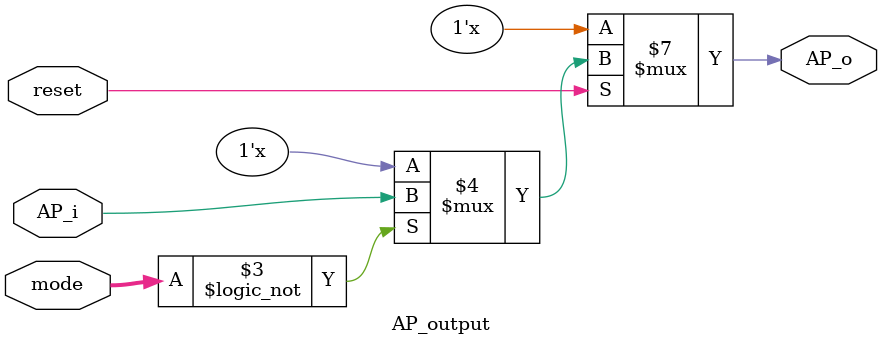
<source format=v>
`timescale 1ns / 1ps


module AP_output(mode, AP_i, reset, AP_o);

    input [1:0]mode;
    input reset, AP_i;
    output reg AP_o;
    
    always@(mode) begin
        if (!reset)
            AP_o <= 1'bZ;
        else if (mode == 2'b00)
            AP_o <= AP_i;
    end
endmodule

</source>
